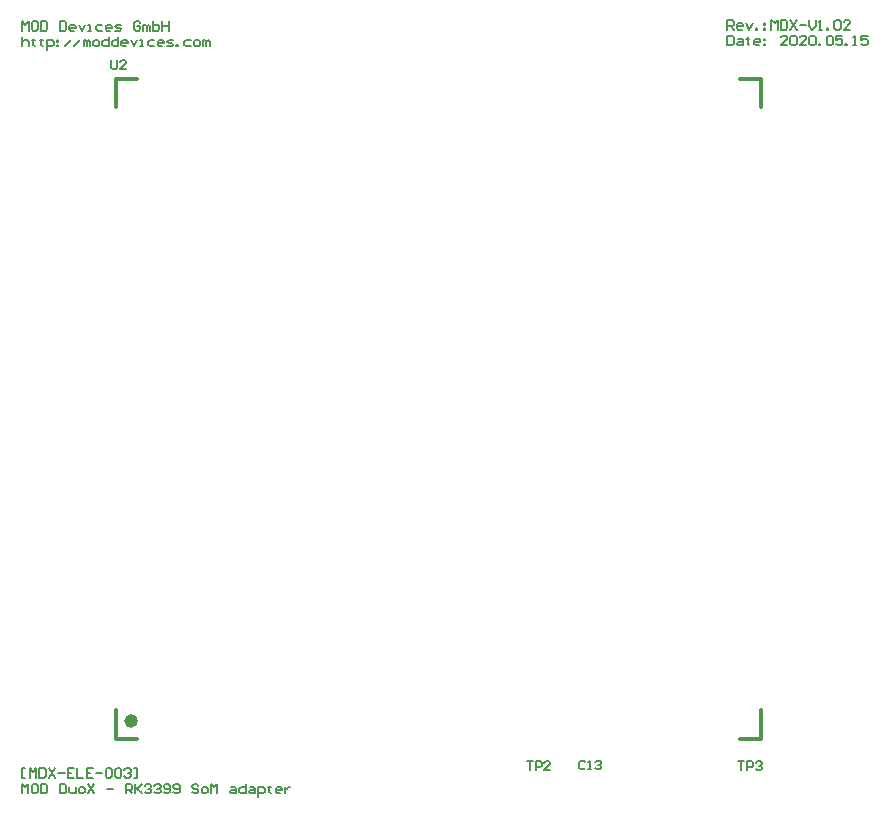
<source format=gto>
G04 Layer_Color=65535*
%FSLAX25Y25*%
%MOIN*%
G70*
G01*
G75*
%ADD10C,0.02362*%
%ADD11C,0.01181*%
%ADD12C,0.00591*%
D10*
X-82457Y-35106D02*
G03*
X-82457Y-35106I-1118J0D01*
G01*
D11*
X119425Y-41106D02*
X126425D01*
Y-31606D01*
X-88575Y178894D02*
X-81575D01*
X-88575Y169394D02*
Y178894D01*
X119425D02*
X126425D01*
Y169394D02*
Y178894D01*
X-88575Y-31606D02*
X-88575Y-41106D01*
X-81575D01*
D12*
X115196Y195342D02*
Y198491D01*
X116770D01*
X117295Y197966D01*
Y196917D01*
X116770Y196392D01*
X115196D01*
X116245D02*
X117295Y195342D01*
X119919D02*
X118869D01*
X118344Y195867D01*
Y196917D01*
X118869Y197441D01*
X119919D01*
X120443Y196917D01*
Y196392D01*
X118344D01*
X121493Y197441D02*
X122543Y195342D01*
X123592Y197441D01*
X124642Y195342D02*
Y195867D01*
X125166D01*
Y195342D01*
X124642D01*
X127265Y197441D02*
X127790D01*
Y196917D01*
X127265D01*
Y197441D01*
Y195867D02*
X127790D01*
Y195342D01*
X127265D01*
Y195867D01*
X129889Y195342D02*
Y198491D01*
X130939Y197441D01*
X131988Y198491D01*
Y195342D01*
X133038Y198491D02*
Y195342D01*
X134612D01*
X135137Y195867D01*
Y197966D01*
X134612Y198491D01*
X133038D01*
X136186D02*
X138286Y195342D01*
Y198491D02*
X136186Y195342D01*
X139335Y196917D02*
X141434D01*
X142484Y198491D02*
Y196392D01*
X143533Y195342D01*
X144583Y196392D01*
Y198491D01*
X145632Y195342D02*
X146682D01*
X146157D01*
Y198491D01*
X145632Y197966D01*
X148256Y195342D02*
Y195867D01*
X148781D01*
Y195342D01*
X148256D01*
X150880Y197966D02*
X151405Y198491D01*
X152454D01*
X152979Y197966D01*
Y195867D01*
X152454Y195342D01*
X151405D01*
X150880Y195867D01*
Y197966D01*
X156128Y195342D02*
X154028D01*
X156128Y197441D01*
Y197966D01*
X155603Y198491D01*
X154553D01*
X154028Y197966D01*
X115196Y193295D02*
Y190147D01*
X116770D01*
X117295Y190672D01*
Y192771D01*
X116770Y193295D01*
X115196D01*
X118869Y192246D02*
X119919D01*
X120443Y191721D01*
Y190147D01*
X118869D01*
X118344Y190672D01*
X118869Y191196D01*
X120443D01*
X122018Y192771D02*
Y192246D01*
X121493D01*
X122543D01*
X122018D01*
Y190672D01*
X122543Y190147D01*
X125691D02*
X124642D01*
X124117Y190672D01*
Y191721D01*
X124642Y192246D01*
X125691D01*
X126216Y191721D01*
Y191196D01*
X124117D01*
X127265Y192246D02*
X127790D01*
Y191721D01*
X127265D01*
Y192246D01*
Y190672D02*
X127790D01*
Y190147D01*
X127265D01*
Y190672D01*
X135137Y190147D02*
X133038D01*
X135137Y192246D01*
Y192771D01*
X134612Y193295D01*
X133563D01*
X133038Y192771D01*
X136186D02*
X136711Y193295D01*
X137761D01*
X138286Y192771D01*
Y190672D01*
X137761Y190147D01*
X136711D01*
X136186Y190672D01*
Y192771D01*
X141434Y190147D02*
X139335D01*
X141434Y192246D01*
Y192771D01*
X140909Y193295D01*
X139860D01*
X139335Y192771D01*
X142484D02*
X143008Y193295D01*
X144058D01*
X144583Y192771D01*
Y190672D01*
X144058Y190147D01*
X143008D01*
X142484Y190672D01*
Y192771D01*
X145632Y190147D02*
Y190672D01*
X146157D01*
Y190147D01*
X145632D01*
X148256Y192771D02*
X148781Y193295D01*
X149830D01*
X150355Y192771D01*
Y190672D01*
X149830Y190147D01*
X148781D01*
X148256Y190672D01*
Y192771D01*
X153504Y193295D02*
X151405D01*
Y191721D01*
X152454Y192246D01*
X152979D01*
X153504Y191721D01*
Y190672D01*
X152979Y190147D01*
X151929D01*
X151405Y190672D01*
X154553Y190147D02*
Y190672D01*
X155078D01*
Y190147D01*
X154553D01*
X157177D02*
X158227D01*
X157702D01*
Y193295D01*
X157177Y192771D01*
X161900Y193295D02*
X159801D01*
Y191721D01*
X160850Y192246D01*
X161375D01*
X161900Y191721D01*
Y190672D01*
X161375Y190147D01*
X160326D01*
X159801Y190672D01*
X-118860Y-54089D02*
X-119910D01*
Y-50940D01*
X-118860D01*
X-117286Y-54089D02*
Y-50940D01*
X-116236Y-51990D01*
X-115187Y-50940D01*
Y-54089D01*
X-114137Y-50940D02*
Y-54089D01*
X-112563D01*
X-112038Y-53564D01*
Y-51465D01*
X-112563Y-50940D01*
X-114137D01*
X-110988D02*
X-108889Y-54089D01*
Y-50940D02*
X-110988Y-54089D01*
X-107840Y-52514D02*
X-105741D01*
X-102592Y-50940D02*
X-104691D01*
Y-54089D01*
X-102592D01*
X-104691Y-52514D02*
X-103642D01*
X-101543Y-50940D02*
Y-54089D01*
X-99444D01*
X-96295Y-50940D02*
X-98394D01*
Y-54089D01*
X-96295D01*
X-98394Y-52514D02*
X-97345D01*
X-95245D02*
X-93146D01*
X-92097Y-51465D02*
X-91572Y-50940D01*
X-90523D01*
X-89998Y-51465D01*
Y-53564D01*
X-90523Y-54089D01*
X-91572D01*
X-92097Y-53564D01*
Y-51465D01*
X-88948D02*
X-88424Y-50940D01*
X-87374D01*
X-86849Y-51465D01*
Y-53564D01*
X-87374Y-54089D01*
X-88424D01*
X-88948Y-53564D01*
Y-51465D01*
X-85800D02*
X-85275Y-50940D01*
X-84225D01*
X-83701Y-51465D01*
Y-51990D01*
X-84225Y-52514D01*
X-84750D01*
X-84225D01*
X-83701Y-53039D01*
Y-53564D01*
X-84225Y-54089D01*
X-85275D01*
X-85800Y-53564D01*
X-82651Y-54089D02*
X-81602D01*
Y-50940D01*
X-82651D01*
X-119910Y-59284D02*
Y-56136D01*
X-118860Y-57185D01*
X-117810Y-56136D01*
Y-59284D01*
X-115187Y-56136D02*
X-116236D01*
X-116761Y-56661D01*
Y-58760D01*
X-116236Y-59284D01*
X-115187D01*
X-114662Y-58760D01*
Y-56661D01*
X-115187Y-56136D01*
X-113612D02*
Y-59284D01*
X-112038D01*
X-111513Y-58760D01*
Y-56661D01*
X-112038Y-56136D01*
X-113612D01*
X-107315D02*
Y-59284D01*
X-105741D01*
X-105216Y-58760D01*
Y-56661D01*
X-105741Y-56136D01*
X-107315D01*
X-104166Y-57185D02*
Y-58760D01*
X-103642Y-59284D01*
X-102067D01*
Y-57185D01*
X-100493Y-59284D02*
X-99444D01*
X-98919Y-58760D01*
Y-57710D01*
X-99444Y-57185D01*
X-100493D01*
X-101018Y-57710D01*
Y-58760D01*
X-100493Y-59284D01*
X-97869Y-56136D02*
X-95770Y-59284D01*
Y-56136D02*
X-97869Y-59284D01*
X-91572Y-57710D02*
X-89473D01*
X-85275Y-59284D02*
Y-56136D01*
X-83701D01*
X-83176Y-56661D01*
Y-57710D01*
X-83701Y-58235D01*
X-85275D01*
X-84225D02*
X-83176Y-59284D01*
X-82126Y-56136D02*
Y-59284D01*
Y-58235D01*
X-80027Y-56136D01*
X-81602Y-57710D01*
X-80027Y-59284D01*
X-78978Y-56661D02*
X-78453Y-56136D01*
X-77403D01*
X-76879Y-56661D01*
Y-57185D01*
X-77403Y-57710D01*
X-77928D01*
X-77403D01*
X-76879Y-58235D01*
Y-58760D01*
X-77403Y-59284D01*
X-78453D01*
X-78978Y-58760D01*
X-75829Y-56661D02*
X-75304Y-56136D01*
X-74255D01*
X-73730Y-56661D01*
Y-57185D01*
X-74255Y-57710D01*
X-74780D01*
X-74255D01*
X-73730Y-58235D01*
Y-58760D01*
X-74255Y-59284D01*
X-75304D01*
X-75829Y-58760D01*
X-72681D02*
X-72156Y-59284D01*
X-71106D01*
X-70582Y-58760D01*
Y-56661D01*
X-71106Y-56136D01*
X-72156D01*
X-72681Y-56661D01*
Y-57185D01*
X-72156Y-57710D01*
X-70582D01*
X-69532Y-58760D02*
X-69007Y-59284D01*
X-67958D01*
X-67433Y-58760D01*
Y-56661D01*
X-67958Y-56136D01*
X-69007D01*
X-69532Y-56661D01*
Y-57185D01*
X-69007Y-57710D01*
X-67433D01*
X-61136Y-56661D02*
X-61660Y-56136D01*
X-62710D01*
X-63235Y-56661D01*
Y-57185D01*
X-62710Y-57710D01*
X-61660D01*
X-61136Y-58235D01*
Y-58760D01*
X-61660Y-59284D01*
X-62710D01*
X-63235Y-58760D01*
X-59562Y-59284D02*
X-58512D01*
X-57987Y-58760D01*
Y-57710D01*
X-58512Y-57185D01*
X-59562D01*
X-60086Y-57710D01*
Y-58760D01*
X-59562Y-59284D01*
X-56938D02*
Y-56136D01*
X-55888Y-57185D01*
X-54839Y-56136D01*
Y-59284D01*
X-50116Y-57185D02*
X-49066D01*
X-48541Y-57710D01*
Y-59284D01*
X-50116D01*
X-50640Y-58760D01*
X-50116Y-58235D01*
X-48541D01*
X-45393Y-56136D02*
Y-59284D01*
X-46967D01*
X-47492Y-58760D01*
Y-57710D01*
X-46967Y-57185D01*
X-45393D01*
X-43819D02*
X-42769D01*
X-42244Y-57710D01*
Y-59284D01*
X-43819D01*
X-44343Y-58760D01*
X-43819Y-58235D01*
X-42244D01*
X-41195Y-60334D02*
Y-57185D01*
X-39620D01*
X-39096Y-57710D01*
Y-58760D01*
X-39620Y-59284D01*
X-41195D01*
X-37521Y-56661D02*
Y-57185D01*
X-38046D01*
X-36997D01*
X-37521D01*
Y-58760D01*
X-36997Y-59284D01*
X-33848D02*
X-34898D01*
X-35422Y-58760D01*
Y-57710D01*
X-34898Y-57185D01*
X-33848D01*
X-33323Y-57710D01*
Y-58235D01*
X-35422D01*
X-32274Y-57185D02*
Y-59284D01*
Y-58235D01*
X-31749Y-57710D01*
X-31224Y-57185D01*
X-30699D01*
X-119867Y194923D02*
Y198071D01*
X-118818Y197022D01*
X-117768Y198071D01*
Y194923D01*
X-115145Y198071D02*
X-116194D01*
X-116719Y197547D01*
Y195448D01*
X-116194Y194923D01*
X-115145D01*
X-114620Y195448D01*
Y197547D01*
X-115145Y198071D01*
X-113570D02*
Y194923D01*
X-111996D01*
X-111471Y195448D01*
Y197547D01*
X-111996Y198071D01*
X-113570D01*
X-107273D02*
Y194923D01*
X-105699D01*
X-105174Y195448D01*
Y197547D01*
X-105699Y198071D01*
X-107273D01*
X-102550Y194923D02*
X-103600D01*
X-104124Y195448D01*
Y196497D01*
X-103600Y197022D01*
X-102550D01*
X-102025Y196497D01*
Y195972D01*
X-104124D01*
X-100976Y197022D02*
X-99926Y194923D01*
X-98877Y197022D01*
X-97827Y194923D02*
X-96778D01*
X-97303D01*
Y197022D01*
X-97827D01*
X-93104D02*
X-94679D01*
X-95204Y196497D01*
Y195448D01*
X-94679Y194923D01*
X-93104D01*
X-90481D02*
X-91530D01*
X-92055Y195448D01*
Y196497D01*
X-91530Y197022D01*
X-90481D01*
X-89956Y196497D01*
Y195972D01*
X-92055D01*
X-88906Y194923D02*
X-87332D01*
X-86807Y195448D01*
X-87332Y195972D01*
X-88381D01*
X-88906Y196497D01*
X-88381Y197022D01*
X-86807D01*
X-80510Y197547D02*
X-81035Y198071D01*
X-82084D01*
X-82609Y197547D01*
Y195448D01*
X-82084Y194923D01*
X-81035D01*
X-80510Y195448D01*
Y196497D01*
X-81560D01*
X-79461Y194923D02*
Y197022D01*
X-78936D01*
X-78411Y196497D01*
Y194923D01*
Y196497D01*
X-77886Y197022D01*
X-77362Y196497D01*
Y194923D01*
X-76312Y198071D02*
Y194923D01*
X-74738D01*
X-74213Y195448D01*
Y195972D01*
Y196497D01*
X-74738Y197022D01*
X-76312D01*
X-73163Y198071D02*
Y194923D01*
Y196497D01*
X-71064D01*
Y198071D01*
Y194923D01*
X-119867Y192876D02*
Y189727D01*
Y191301D01*
X-119343Y191826D01*
X-118293D01*
X-117768Y191301D01*
Y189727D01*
X-116194Y192351D02*
Y191826D01*
X-116719D01*
X-115669D01*
X-116194D01*
Y190252D01*
X-115669Y189727D01*
X-113570Y192351D02*
Y191826D01*
X-114095D01*
X-113046D01*
X-113570D01*
Y190252D01*
X-113046Y189727D01*
X-111471Y188678D02*
Y191826D01*
X-109897D01*
X-109372Y191301D01*
Y190252D01*
X-109897Y189727D01*
X-111471D01*
X-108323Y191826D02*
X-107798D01*
Y191301D01*
X-108323D01*
Y191826D01*
Y190252D02*
X-107798D01*
Y189727D01*
X-108323D01*
Y190252D01*
X-105699Y189727D02*
X-103600Y191826D01*
X-102550Y189727D02*
X-100451Y191826D01*
X-99402Y189727D02*
Y191826D01*
X-98877D01*
X-98352Y191301D01*
Y189727D01*
Y191301D01*
X-97827Y191826D01*
X-97303Y191301D01*
Y189727D01*
X-95728D02*
X-94679D01*
X-94154Y190252D01*
Y191301D01*
X-94679Y191826D01*
X-95728D01*
X-96253Y191301D01*
Y190252D01*
X-95728Y189727D01*
X-91005Y192876D02*
Y189727D01*
X-92580D01*
X-93104Y190252D01*
Y191301D01*
X-92580Y191826D01*
X-91005D01*
X-87857Y192876D02*
Y189727D01*
X-89431D01*
X-89956Y190252D01*
Y191301D01*
X-89431Y191826D01*
X-87857D01*
X-85233Y189727D02*
X-86282D01*
X-86807Y190252D01*
Y191301D01*
X-86282Y191826D01*
X-85233D01*
X-84708Y191301D01*
Y190777D01*
X-86807D01*
X-83659Y191826D02*
X-82609Y189727D01*
X-81560Y191826D01*
X-80510Y189727D02*
X-79461D01*
X-79985D01*
Y191826D01*
X-80510D01*
X-75787D02*
X-77361D01*
X-77886Y191301D01*
Y190252D01*
X-77361Y189727D01*
X-75787D01*
X-73163D02*
X-74213D01*
X-74738Y190252D01*
Y191301D01*
X-74213Y191826D01*
X-73163D01*
X-72639Y191301D01*
Y190777D01*
X-74738D01*
X-71589Y189727D02*
X-70015D01*
X-69490Y190252D01*
X-70015Y190777D01*
X-71064D01*
X-71589Y191301D01*
X-71064Y191826D01*
X-69490D01*
X-68440Y189727D02*
Y190252D01*
X-67916D01*
Y189727D01*
X-68440D01*
X-63718Y191826D02*
X-65292D01*
X-65817Y191301D01*
Y190252D01*
X-65292Y189727D01*
X-63718D01*
X-62143D02*
X-61094D01*
X-60569Y190252D01*
Y191301D01*
X-61094Y191826D01*
X-62143D01*
X-62668Y191301D01*
Y190252D01*
X-62143Y189727D01*
X-59519D02*
Y191826D01*
X-58995D01*
X-58470Y191301D01*
Y189727D01*
Y191301D01*
X-57945Y191826D01*
X-57420Y191301D01*
Y189727D01*
X-90176Y185120D02*
Y182660D01*
X-89684Y182168D01*
X-88700D01*
X-88208Y182660D01*
Y185120D01*
X-85256Y182168D02*
X-87224D01*
X-85256Y184136D01*
Y184628D01*
X-85748Y185120D01*
X-86732D01*
X-87224Y184628D01*
X48319Y-48513D02*
X50287D01*
X49303D01*
Y-51465D01*
X51271D02*
Y-48513D01*
X52747D01*
X53239Y-49005D01*
Y-49989D01*
X52747Y-50481D01*
X51271D01*
X56190Y-51465D02*
X54223D01*
X56190Y-49497D01*
Y-49005D01*
X55698Y-48513D01*
X54715D01*
X54223Y-49005D01*
X118819Y-48513D02*
X120787D01*
X119803D01*
Y-51465D01*
X121771D02*
Y-48513D01*
X123247D01*
X123739Y-49005D01*
Y-49989D01*
X123247Y-50481D01*
X121771D01*
X124723Y-49005D02*
X125215Y-48513D01*
X126198D01*
X126690Y-49005D01*
Y-49497D01*
X126198Y-49989D01*
X125707D01*
X126198D01*
X126690Y-50481D01*
Y-50973D01*
X126198Y-51465D01*
X125215D01*
X124723Y-50973D01*
X67786Y-48821D02*
X67294Y-48329D01*
X66310D01*
X65818Y-48821D01*
Y-50788D01*
X66310Y-51280D01*
X67294D01*
X67786Y-50788D01*
X68770Y-51280D02*
X69754D01*
X69262D01*
Y-48329D01*
X68770Y-48821D01*
X71230D02*
X71722Y-48329D01*
X72706D01*
X73198Y-48821D01*
Y-49313D01*
X72706Y-49805D01*
X72214D01*
X72706D01*
X73198Y-50296D01*
Y-50788D01*
X72706Y-51280D01*
X71722D01*
X71230Y-50788D01*
M02*

</source>
